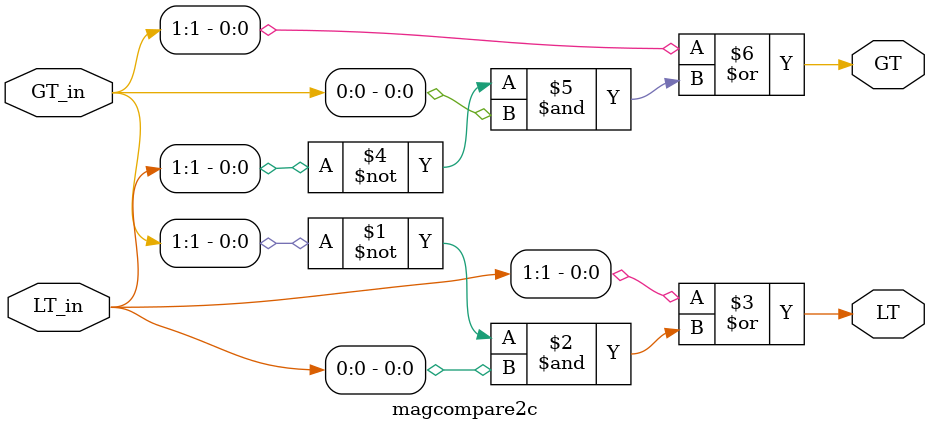
<source format=v>
module magcompare2c(	// file.cleaned.mlir:2:3
  input  [1:0] GT_in,	// file.cleaned.mlir:2:30
               LT_in,	// file.cleaned.mlir:2:46
  output       LT,	// file.cleaned.mlir:2:63
               GT	// file.cleaned.mlir:2:76
);

  assign LT = LT_in[1] | ~(GT_in[1]) & LT_in[0];	// file.cleaned.mlir:4:10, :5:10, :10:10, :11:10, :12:10, :13:10, :14:5
  assign GT = GT_in[1] | ~(LT_in[1]) & GT_in[0];	// file.cleaned.mlir:4:10, :5:10, :6:10, :7:10, :8:10, :9:10, :14:5
endmodule


</source>
